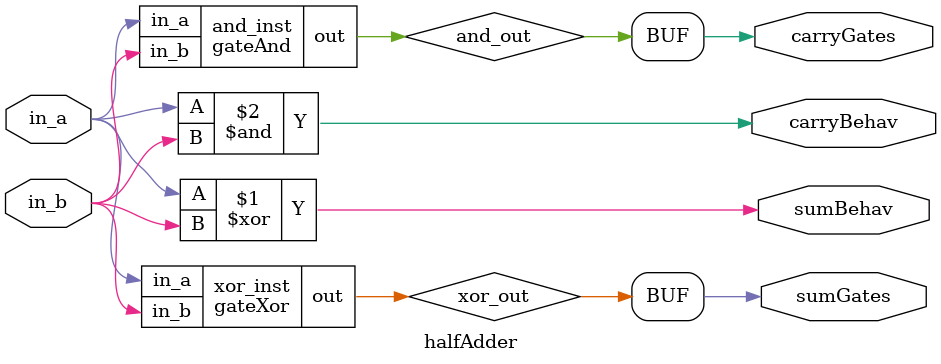
<source format=v>

`timescale 1ns / 1ps

module gateXor(
    input in_a, in_b,
    output out
    );
    
    assign out = in_a ^ in_b;
endmodule

// AND Module
module gateAnd(
    input in_a, in_b,
    output out
    );
    
    assign out = in_a & in_b;
endmodule

// Half Adder Module
module halfAdder (
    input in_a,
    input in_b,
    output sumGates,     // Sum via logic gates
    output carryGates,   // Carry via logic gates
    output sumBehav,        // Sum via behavioral description
    output carryBehav       // Carry via behavioral description
);
    // Internal signals
    wire xor_out;
    wire and_out;

    // Structural implementation
    gateXor xor_inst (
        .in_a(in_a),
        .in_b(in_b),
        .out(xor_out)
    );

    gateAnd and_inst (
        .in_a(in_a),
        .in_b(in_b),
        .out(and_out)
    );

    // Output assignments (structural)
    assign sumGates = xor_out;
    assign carryGates = and_out;

    // Behavioral implementation
    assign sumBehav = in_a ^ in_b;
    assign carryBehav = in_a & in_b;
endmodule

</source>
